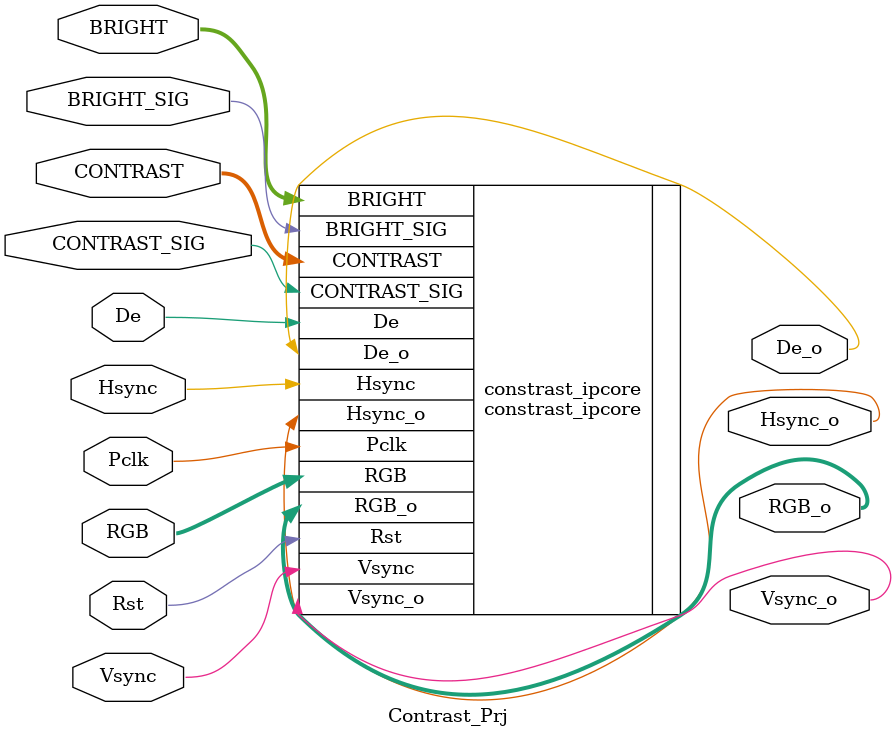
<source format=v>
`timescale 1ns / 1ps


module Contrast_Prj(
    input wire Pclk,
    input wire Rst,
    input wire Vsync,
    input wire Hsync,
    input wire De,
    input wire[23:0] RGB,
    output wire Vsync_o,
    output wire Hsync_o,
    output wire De_o,    
    output wire [23:0]RGB_o,
    input wire CONTRAST_SIG,
    input wire BRIGHT_SIG,
    input wire[7:0] CONTRAST,
    input wire[7:0] BRIGHT
    );


//Contrast_Core Contrast_Core(
//    .Pclk(Pclk),
//    .Rst(Rst),
//    .Vsync(Vsync),
//    .Hsync(Hsync),
//    .De(De),
//    .RGB(RGB),
//    .Vsync_o(Vsync_o),
//    .Hsync_o(Hsync_o),
//    .De_o(De_o),
//    .RGB_o(RGB_o)
//    );
    
    
constrast_ipcore constrast_ipcore(
    .Pclk(Pclk),
    .Rst(Rst),
    .Vsync(Vsync),
    .Hsync(Hsync),
    .De(De),
    .RGB(RGB),
    .CONTRAST_SIG(CONTRAST_SIG),
    .BRIGHT_SIG(BRIGHT_SIG),
    .CONTRAST(CONTRAST),
    .BRIGHT(BRIGHT),
    .Vsync_o(Vsync_o),
    .Hsync_o(Hsync_o),
    .De_o(De_o),
    .RGB_o(RGB_o)
       
    ); 
    
    
    
    
    
endmodule

</source>
